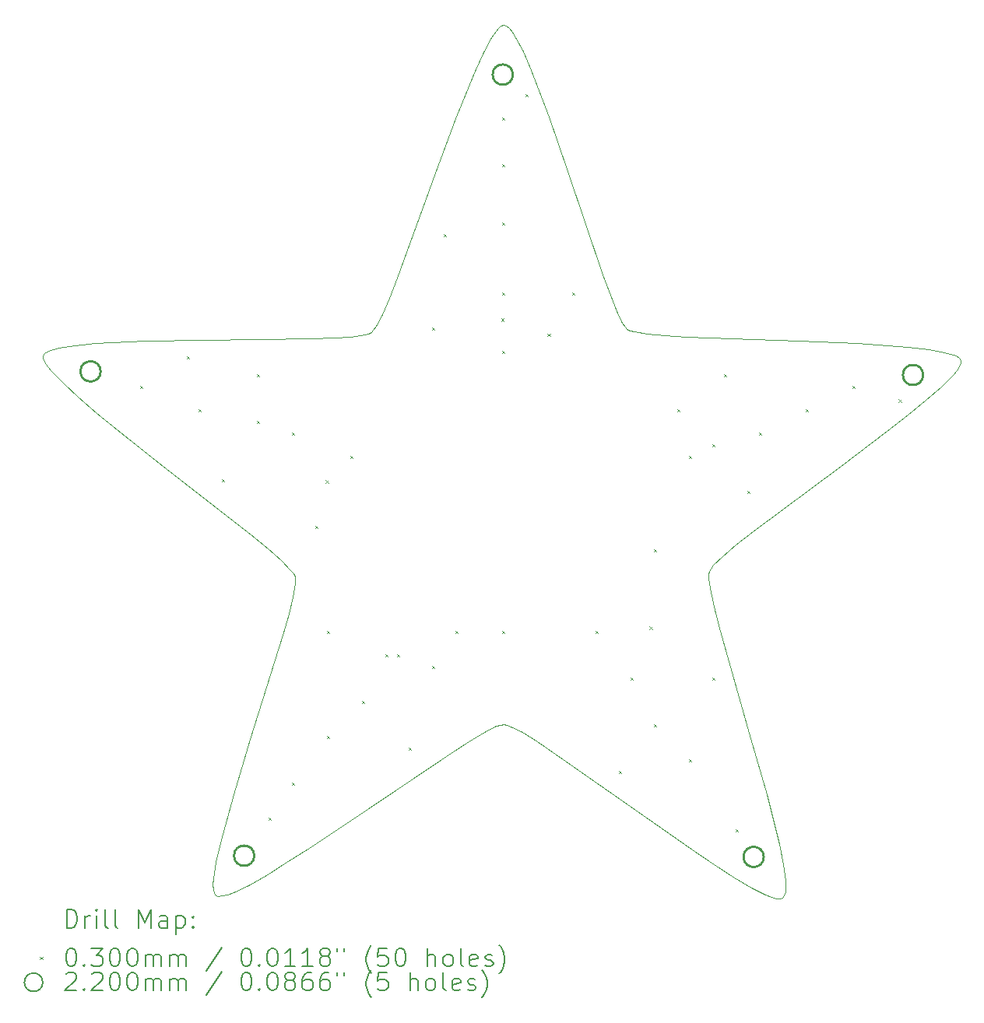
<source format=gbr>
%TF.GenerationSoftware,KiCad,Pcbnew,9.0.5*%
%TF.CreationDate,2025-10-14T20:34:08+01:00*%
%TF.ProjectId,ESP32_Xmas_Star_Module,45535033-325f-4586-9d61-735f53746172,rev?*%
%TF.SameCoordinates,Original*%
%TF.FileFunction,Drillmap*%
%TF.FilePolarity,Positive*%
%FSLAX45Y45*%
G04 Gerber Fmt 4.5, Leading zero omitted, Abs format (unit mm)*
G04 Created by KiCad (PCBNEW 9.0.5) date 2025-10-14 20:34:08*
%MOMM*%
%LPD*%
G01*
G04 APERTURE LIST*
%ADD10C,0.093976*%
%ADD11C,0.200000*%
%ADD12C,0.100000*%
%ADD13C,0.220000*%
G04 APERTURE END LIST*
D10*
X15017354Y-4066279D02*
X15048667Y-4092343D01*
X15082727Y-4134625D01*
X15119328Y-4192000D01*
X15199317Y-4347546D01*
X15286973Y-4550003D01*
X15478629Y-5059741D01*
X15680991Y-5649392D01*
X16064612Y-6781154D01*
X16146419Y-7001821D01*
X16219260Y-7179624D01*
X16281472Y-7305584D01*
X16308073Y-7346318D01*
X16331392Y-7370725D01*
X16362202Y-7386084D01*
X16409820Y-7399899D01*
X16550886Y-7423387D01*
X16745404Y-7442174D01*
X16984190Y-7457248D01*
X18198298Y-7500109D01*
X18832139Y-7524882D01*
X19385861Y-7562396D01*
X19609714Y-7588395D01*
X19785982Y-7620537D01*
X19905479Y-7659808D01*
X19941068Y-7682424D01*
X19959020Y-7707192D01*
X19959021Y-7707191D01*
X19959021Y-7707191D01*
X19959021Y-7707191D01*
X19959021Y-7707191D01*
X19959021Y-7707191D01*
X19959485Y-7736854D01*
X19944372Y-7774688D01*
X19914685Y-7820147D01*
X19871428Y-7872686D01*
X19748213Y-7996828D01*
X19582752Y-8142756D01*
X19383069Y-8306115D01*
X19157188Y-8482549D01*
X18658929Y-8857219D01*
X17701104Y-9571797D01*
X17516517Y-9717790D01*
X17369926Y-9842010D01*
X17269355Y-9940102D01*
X17238835Y-9977988D01*
X17222829Y-10007709D01*
X17217743Y-10041757D01*
X17219319Y-10091314D01*
X17240573Y-10232733D01*
X17282814Y-10423537D01*
X17342267Y-10655293D01*
X17676684Y-11823224D01*
X17848992Y-12433698D01*
X17984423Y-12971911D01*
X18028871Y-13192843D01*
X18052772Y-13370416D01*
X18052350Y-13496199D01*
X18041838Y-13537036D01*
X18023830Y-13561763D01*
X17995760Y-13571371D01*
X17955108Y-13568688D01*
X17902700Y-13554502D01*
X17839365Y-13529597D01*
X17683224Y-13450775D01*
X17493308Y-13338506D01*
X17276238Y-13199077D01*
X17038638Y-13038773D01*
X16528336Y-12680680D01*
X15552747Y-11990552D01*
X15356860Y-11860113D01*
X15193420Y-11759083D01*
X15069052Y-11693747D01*
X15023589Y-11676428D01*
X14990377Y-11670390D01*
X14956423Y-11676074D01*
X14909779Y-11692886D01*
X14781849Y-11756800D01*
X14613437Y-11855936D01*
X14411396Y-11984096D01*
X13403968Y-12663055D01*
X12876619Y-13015576D01*
X12631017Y-13173409D01*
X12406599Y-13310696D01*
X12210215Y-13421240D01*
X12048719Y-13498844D01*
X11983195Y-13523358D01*
X11928961Y-13537312D01*
X11886876Y-13539934D01*
X11857794Y-13530449D01*
X11839982Y-13506722D01*
X11829970Y-13467230D01*
X11827267Y-13413004D01*
X11831381Y-13345072D01*
X11858096Y-13172216D01*
X11906182Y-12956903D01*
X12050745Y-12431864D01*
X12233619Y-11835880D01*
X12588497Y-10694779D01*
X12652019Y-10468171D01*
X12697599Y-10281511D01*
X12721305Y-10143039D01*
X12723728Y-10094450D01*
X12719207Y-10060997D01*
X12703309Y-10030461D01*
X12672906Y-9991296D01*
X12572587Y-9889377D01*
X12426262Y-9759843D01*
X12241940Y-9607294D01*
X11284899Y-8858983D01*
X10786672Y-8466379D01*
X10560668Y-8281571D01*
X10360751Y-8110561D01*
X10194932Y-7957949D01*
X10071221Y-7828338D01*
X10027659Y-7773596D01*
X9997628Y-7726329D01*
X9982129Y-7687114D01*
X9982164Y-7656524D01*
X9999225Y-7632252D01*
X10033690Y-7610527D01*
X10150305Y-7574121D01*
X10322956Y-7546112D01*
X10542592Y-7525309D01*
X11086606Y-7500551D01*
X11709931Y-7490305D01*
X12904846Y-7475194D01*
X13139992Y-7465581D01*
X13331602Y-7451249D01*
X13470622Y-7431005D01*
X13517582Y-7418294D01*
X13548001Y-7403657D01*
X13572129Y-7379101D01*
X13599983Y-7338083D01*
X13665913Y-7211180D01*
X13743890Y-7031988D01*
X13832015Y-6809547D01*
X14247959Y-5668107D01*
X14467386Y-5072944D01*
X14674173Y-4557915D01*
X14768074Y-4353052D01*
X14853113Y-4195344D01*
X14927388Y-4093831D01*
X14959895Y-4066972D01*
X14988998Y-4057553D01*
X15017354Y-4066279D01*
D11*
D12*
X11034000Y-7986000D02*
X11064000Y-8016000D01*
X11064000Y-7986000D02*
X11034000Y-8016000D01*
X11542000Y-7664284D02*
X11572000Y-7694284D01*
X11572000Y-7664284D02*
X11542000Y-7694284D01*
X11669000Y-8240000D02*
X11699000Y-8270000D01*
X11699000Y-8240000D02*
X11669000Y-8270000D01*
X11923000Y-9002000D02*
X11953000Y-9032000D01*
X11953000Y-9002000D02*
X11923000Y-9032000D01*
X12304000Y-7859000D02*
X12334000Y-7889000D01*
X12334000Y-7859000D02*
X12304000Y-7889000D01*
X12304000Y-8367000D02*
X12334000Y-8397000D01*
X12334000Y-8367000D02*
X12304000Y-8397000D01*
X12431000Y-12685000D02*
X12461000Y-12715000D01*
X12461000Y-12685000D02*
X12431000Y-12715000D01*
X12685000Y-8494000D02*
X12715000Y-8524000D01*
X12715000Y-8494000D02*
X12685000Y-8524000D01*
X12685000Y-12304000D02*
X12715000Y-12334000D01*
X12715000Y-12304000D02*
X12685000Y-12334000D01*
X12939000Y-9510000D02*
X12969000Y-9540000D01*
X12969000Y-9510000D02*
X12939000Y-9540000D01*
X13053842Y-9014158D02*
X13083842Y-9044158D01*
X13083842Y-9014158D02*
X13053842Y-9044158D01*
X13066000Y-10653000D02*
X13096000Y-10683000D01*
X13096000Y-10653000D02*
X13066000Y-10683000D01*
X13066000Y-11796000D02*
X13096000Y-11826000D01*
X13096000Y-11796000D02*
X13066000Y-11826000D01*
X13320000Y-8748000D02*
X13350000Y-8778000D01*
X13350000Y-8748000D02*
X13320000Y-8778000D01*
X13447000Y-11415000D02*
X13477000Y-11445000D01*
X13477000Y-11415000D02*
X13447000Y-11445000D01*
X13701000Y-10907000D02*
X13731000Y-10937000D01*
X13731000Y-10907000D02*
X13701000Y-10937000D01*
X13828000Y-10907000D02*
X13858000Y-10937000D01*
X13858000Y-10907000D02*
X13828000Y-10937000D01*
X13955000Y-11923000D02*
X13985000Y-11953000D01*
X13985000Y-11923000D02*
X13955000Y-11953000D01*
X14209000Y-7351000D02*
X14239000Y-7381000D01*
X14239000Y-7351000D02*
X14209000Y-7381000D01*
X14209000Y-11034000D02*
X14239000Y-11064000D01*
X14239000Y-11034000D02*
X14209000Y-11064000D01*
X14336000Y-6335000D02*
X14366000Y-6365000D01*
X14366000Y-6335000D02*
X14336000Y-6365000D01*
X14463000Y-10653000D02*
X14493000Y-10683000D01*
X14493000Y-10653000D02*
X14463000Y-10683000D01*
X14964048Y-7252579D02*
X14994048Y-7282579D01*
X14994048Y-7252579D02*
X14964048Y-7282579D01*
X14971000Y-5065000D02*
X15001000Y-5095000D01*
X15001000Y-5065000D02*
X14971000Y-5095000D01*
X14971000Y-5573000D02*
X15001000Y-5603000D01*
X15001000Y-5573000D02*
X14971000Y-5603000D01*
X14971000Y-6208000D02*
X15001000Y-6238000D01*
X15001000Y-6208000D02*
X14971000Y-6238000D01*
X14971000Y-6970000D02*
X15001000Y-7000000D01*
X15001000Y-6970000D02*
X14971000Y-7000000D01*
X14971000Y-7605000D02*
X15001000Y-7635000D01*
X15001000Y-7605000D02*
X14971000Y-7635000D01*
X14971000Y-10653000D02*
X15001000Y-10683000D01*
X15001000Y-10653000D02*
X14971000Y-10683000D01*
X15225000Y-4811000D02*
X15255000Y-4841000D01*
X15255000Y-4811000D02*
X15225000Y-4841000D01*
X15467181Y-7421000D02*
X15497181Y-7451000D01*
X15497181Y-7421000D02*
X15467181Y-7451000D01*
X15733000Y-6970000D02*
X15763000Y-7000000D01*
X15763000Y-6970000D02*
X15733000Y-7000000D01*
X15987000Y-10653000D02*
X16017000Y-10683000D01*
X16017000Y-10653000D02*
X15987000Y-10683000D01*
X16241000Y-12177000D02*
X16271000Y-12207000D01*
X16271000Y-12177000D02*
X16241000Y-12207000D01*
X16368000Y-11161000D02*
X16398000Y-11191000D01*
X16398000Y-11161000D02*
X16368000Y-11191000D01*
X16575669Y-10606669D02*
X16605669Y-10636669D01*
X16605669Y-10606669D02*
X16575669Y-10636669D01*
X16622000Y-9764000D02*
X16652000Y-9794000D01*
X16652000Y-9764000D02*
X16622000Y-9794000D01*
X16622000Y-11669000D02*
X16652000Y-11699000D01*
X16652000Y-11669000D02*
X16622000Y-11699000D01*
X16876000Y-8240000D02*
X16906000Y-8270000D01*
X16906000Y-8240000D02*
X16876000Y-8270000D01*
X17003000Y-8748000D02*
X17033000Y-8778000D01*
X17033000Y-8748000D02*
X17003000Y-8778000D01*
X17003000Y-12050000D02*
X17033000Y-12080000D01*
X17033000Y-12050000D02*
X17003000Y-12080000D01*
X17257000Y-8621000D02*
X17287000Y-8651000D01*
X17287000Y-8621000D02*
X17257000Y-8651000D01*
X17257000Y-11161000D02*
X17287000Y-11191000D01*
X17287000Y-11161000D02*
X17257000Y-11191000D01*
X17384000Y-7859000D02*
X17414000Y-7889000D01*
X17414000Y-7859000D02*
X17384000Y-7889000D01*
X17511000Y-12812000D02*
X17541000Y-12842000D01*
X17541000Y-12812000D02*
X17511000Y-12842000D01*
X17638000Y-9129000D02*
X17668000Y-9159000D01*
X17668000Y-9129000D02*
X17638000Y-9159000D01*
X17765000Y-8494000D02*
X17795000Y-8524000D01*
X17795000Y-8494000D02*
X17765000Y-8524000D01*
X18273000Y-8240000D02*
X18303000Y-8270000D01*
X18303000Y-8240000D02*
X18273000Y-8270000D01*
X18781000Y-7986000D02*
X18811000Y-8016000D01*
X18811000Y-7986000D02*
X18781000Y-8016000D01*
X19286772Y-8134066D02*
X19316772Y-8164066D01*
X19316772Y-8134066D02*
X19286772Y-8164066D01*
D13*
X10607037Y-7831465D02*
G75*
G02*
X10387037Y-7831465I-110000J0D01*
G01*
X10387037Y-7831465D02*
G75*
G02*
X10607037Y-7831465I110000J0D01*
G01*
X12277497Y-13101828D02*
G75*
G02*
X12057497Y-13101828I-110000J0D01*
G01*
X12057497Y-13101828D02*
G75*
G02*
X12277497Y-13101828I110000J0D01*
G01*
X15090161Y-4600779D02*
G75*
G02*
X14870161Y-4600779I-110000J0D01*
G01*
X14870161Y-4600779D02*
G75*
G02*
X15090161Y-4600779I110000J0D01*
G01*
X17819234Y-13115507D02*
G75*
G02*
X17599234Y-13115507I-110000J0D01*
G01*
X17599234Y-13115507D02*
G75*
G02*
X17819234Y-13115507I110000J0D01*
G01*
X19552141Y-7869746D02*
G75*
G02*
X19332141Y-7869746I-110000J0D01*
G01*
X19332141Y-7869746D02*
G75*
G02*
X19552141Y-7869746I110000J0D01*
G01*
D11*
X10238207Y-13887553D02*
X10238207Y-13687553D01*
X10238207Y-13687553D02*
X10285826Y-13687553D01*
X10285826Y-13687553D02*
X10314398Y-13697077D01*
X10314398Y-13697077D02*
X10333445Y-13716125D01*
X10333445Y-13716125D02*
X10342969Y-13735172D01*
X10342969Y-13735172D02*
X10352493Y-13773267D01*
X10352493Y-13773267D02*
X10352493Y-13801839D01*
X10352493Y-13801839D02*
X10342969Y-13839934D01*
X10342969Y-13839934D02*
X10333445Y-13858982D01*
X10333445Y-13858982D02*
X10314398Y-13878029D01*
X10314398Y-13878029D02*
X10285826Y-13887553D01*
X10285826Y-13887553D02*
X10238207Y-13887553D01*
X10438207Y-13887553D02*
X10438207Y-13754220D01*
X10438207Y-13792315D02*
X10447731Y-13773267D01*
X10447731Y-13773267D02*
X10457255Y-13763744D01*
X10457255Y-13763744D02*
X10476302Y-13754220D01*
X10476302Y-13754220D02*
X10495350Y-13754220D01*
X10562017Y-13887553D02*
X10562017Y-13754220D01*
X10562017Y-13687553D02*
X10552493Y-13697077D01*
X10552493Y-13697077D02*
X10562017Y-13706601D01*
X10562017Y-13706601D02*
X10571540Y-13697077D01*
X10571540Y-13697077D02*
X10562017Y-13687553D01*
X10562017Y-13687553D02*
X10562017Y-13706601D01*
X10685826Y-13887553D02*
X10666779Y-13878029D01*
X10666779Y-13878029D02*
X10657255Y-13858982D01*
X10657255Y-13858982D02*
X10657255Y-13687553D01*
X10790588Y-13887553D02*
X10771540Y-13878029D01*
X10771540Y-13878029D02*
X10762017Y-13858982D01*
X10762017Y-13858982D02*
X10762017Y-13687553D01*
X11019160Y-13887553D02*
X11019160Y-13687553D01*
X11019160Y-13687553D02*
X11085826Y-13830410D01*
X11085826Y-13830410D02*
X11152493Y-13687553D01*
X11152493Y-13687553D02*
X11152493Y-13887553D01*
X11333445Y-13887553D02*
X11333445Y-13782791D01*
X11333445Y-13782791D02*
X11323921Y-13763744D01*
X11323921Y-13763744D02*
X11304874Y-13754220D01*
X11304874Y-13754220D02*
X11266778Y-13754220D01*
X11266778Y-13754220D02*
X11247731Y-13763744D01*
X11333445Y-13878029D02*
X11314398Y-13887553D01*
X11314398Y-13887553D02*
X11266778Y-13887553D01*
X11266778Y-13887553D02*
X11247731Y-13878029D01*
X11247731Y-13878029D02*
X11238207Y-13858982D01*
X11238207Y-13858982D02*
X11238207Y-13839934D01*
X11238207Y-13839934D02*
X11247731Y-13820886D01*
X11247731Y-13820886D02*
X11266778Y-13811363D01*
X11266778Y-13811363D02*
X11314398Y-13811363D01*
X11314398Y-13811363D02*
X11333445Y-13801839D01*
X11428683Y-13754220D02*
X11428683Y-13954220D01*
X11428683Y-13763744D02*
X11447731Y-13754220D01*
X11447731Y-13754220D02*
X11485826Y-13754220D01*
X11485826Y-13754220D02*
X11504874Y-13763744D01*
X11504874Y-13763744D02*
X11514398Y-13773267D01*
X11514398Y-13773267D02*
X11523921Y-13792315D01*
X11523921Y-13792315D02*
X11523921Y-13849458D01*
X11523921Y-13849458D02*
X11514398Y-13868505D01*
X11514398Y-13868505D02*
X11504874Y-13878029D01*
X11504874Y-13878029D02*
X11485826Y-13887553D01*
X11485826Y-13887553D02*
X11447731Y-13887553D01*
X11447731Y-13887553D02*
X11428683Y-13878029D01*
X11609636Y-13868505D02*
X11619159Y-13878029D01*
X11619159Y-13878029D02*
X11609636Y-13887553D01*
X11609636Y-13887553D02*
X11600112Y-13878029D01*
X11600112Y-13878029D02*
X11609636Y-13868505D01*
X11609636Y-13868505D02*
X11609636Y-13887553D01*
X11609636Y-13763744D02*
X11619159Y-13773267D01*
X11619159Y-13773267D02*
X11609636Y-13782791D01*
X11609636Y-13782791D02*
X11600112Y-13773267D01*
X11600112Y-13773267D02*
X11609636Y-13763744D01*
X11609636Y-13763744D02*
X11609636Y-13782791D01*
D12*
X9947430Y-14201069D02*
X9977430Y-14231069D01*
X9977430Y-14201069D02*
X9947430Y-14231069D01*
D11*
X10276302Y-14107553D02*
X10295350Y-14107553D01*
X10295350Y-14107553D02*
X10314398Y-14117077D01*
X10314398Y-14117077D02*
X10323921Y-14126601D01*
X10323921Y-14126601D02*
X10333445Y-14145648D01*
X10333445Y-14145648D02*
X10342969Y-14183744D01*
X10342969Y-14183744D02*
X10342969Y-14231363D01*
X10342969Y-14231363D02*
X10333445Y-14269458D01*
X10333445Y-14269458D02*
X10323921Y-14288505D01*
X10323921Y-14288505D02*
X10314398Y-14298029D01*
X10314398Y-14298029D02*
X10295350Y-14307553D01*
X10295350Y-14307553D02*
X10276302Y-14307553D01*
X10276302Y-14307553D02*
X10257255Y-14298029D01*
X10257255Y-14298029D02*
X10247731Y-14288505D01*
X10247731Y-14288505D02*
X10238207Y-14269458D01*
X10238207Y-14269458D02*
X10228683Y-14231363D01*
X10228683Y-14231363D02*
X10228683Y-14183744D01*
X10228683Y-14183744D02*
X10238207Y-14145648D01*
X10238207Y-14145648D02*
X10247731Y-14126601D01*
X10247731Y-14126601D02*
X10257255Y-14117077D01*
X10257255Y-14117077D02*
X10276302Y-14107553D01*
X10428683Y-14288505D02*
X10438207Y-14298029D01*
X10438207Y-14298029D02*
X10428683Y-14307553D01*
X10428683Y-14307553D02*
X10419160Y-14298029D01*
X10419160Y-14298029D02*
X10428683Y-14288505D01*
X10428683Y-14288505D02*
X10428683Y-14307553D01*
X10504874Y-14107553D02*
X10628683Y-14107553D01*
X10628683Y-14107553D02*
X10562017Y-14183744D01*
X10562017Y-14183744D02*
X10590588Y-14183744D01*
X10590588Y-14183744D02*
X10609636Y-14193267D01*
X10609636Y-14193267D02*
X10619160Y-14202791D01*
X10619160Y-14202791D02*
X10628683Y-14221839D01*
X10628683Y-14221839D02*
X10628683Y-14269458D01*
X10628683Y-14269458D02*
X10619160Y-14288505D01*
X10619160Y-14288505D02*
X10609636Y-14298029D01*
X10609636Y-14298029D02*
X10590588Y-14307553D01*
X10590588Y-14307553D02*
X10533445Y-14307553D01*
X10533445Y-14307553D02*
X10514398Y-14298029D01*
X10514398Y-14298029D02*
X10504874Y-14288505D01*
X10752493Y-14107553D02*
X10771541Y-14107553D01*
X10771541Y-14107553D02*
X10790588Y-14117077D01*
X10790588Y-14117077D02*
X10800112Y-14126601D01*
X10800112Y-14126601D02*
X10809636Y-14145648D01*
X10809636Y-14145648D02*
X10819160Y-14183744D01*
X10819160Y-14183744D02*
X10819160Y-14231363D01*
X10819160Y-14231363D02*
X10809636Y-14269458D01*
X10809636Y-14269458D02*
X10800112Y-14288505D01*
X10800112Y-14288505D02*
X10790588Y-14298029D01*
X10790588Y-14298029D02*
X10771541Y-14307553D01*
X10771541Y-14307553D02*
X10752493Y-14307553D01*
X10752493Y-14307553D02*
X10733445Y-14298029D01*
X10733445Y-14298029D02*
X10723921Y-14288505D01*
X10723921Y-14288505D02*
X10714398Y-14269458D01*
X10714398Y-14269458D02*
X10704874Y-14231363D01*
X10704874Y-14231363D02*
X10704874Y-14183744D01*
X10704874Y-14183744D02*
X10714398Y-14145648D01*
X10714398Y-14145648D02*
X10723921Y-14126601D01*
X10723921Y-14126601D02*
X10733445Y-14117077D01*
X10733445Y-14117077D02*
X10752493Y-14107553D01*
X10942969Y-14107553D02*
X10962017Y-14107553D01*
X10962017Y-14107553D02*
X10981064Y-14117077D01*
X10981064Y-14117077D02*
X10990588Y-14126601D01*
X10990588Y-14126601D02*
X11000112Y-14145648D01*
X11000112Y-14145648D02*
X11009636Y-14183744D01*
X11009636Y-14183744D02*
X11009636Y-14231363D01*
X11009636Y-14231363D02*
X11000112Y-14269458D01*
X11000112Y-14269458D02*
X10990588Y-14288505D01*
X10990588Y-14288505D02*
X10981064Y-14298029D01*
X10981064Y-14298029D02*
X10962017Y-14307553D01*
X10962017Y-14307553D02*
X10942969Y-14307553D01*
X10942969Y-14307553D02*
X10923921Y-14298029D01*
X10923921Y-14298029D02*
X10914398Y-14288505D01*
X10914398Y-14288505D02*
X10904874Y-14269458D01*
X10904874Y-14269458D02*
X10895350Y-14231363D01*
X10895350Y-14231363D02*
X10895350Y-14183744D01*
X10895350Y-14183744D02*
X10904874Y-14145648D01*
X10904874Y-14145648D02*
X10914398Y-14126601D01*
X10914398Y-14126601D02*
X10923921Y-14117077D01*
X10923921Y-14117077D02*
X10942969Y-14107553D01*
X11095350Y-14307553D02*
X11095350Y-14174220D01*
X11095350Y-14193267D02*
X11104874Y-14183744D01*
X11104874Y-14183744D02*
X11123921Y-14174220D01*
X11123921Y-14174220D02*
X11152493Y-14174220D01*
X11152493Y-14174220D02*
X11171541Y-14183744D01*
X11171541Y-14183744D02*
X11181064Y-14202791D01*
X11181064Y-14202791D02*
X11181064Y-14307553D01*
X11181064Y-14202791D02*
X11190588Y-14183744D01*
X11190588Y-14183744D02*
X11209636Y-14174220D01*
X11209636Y-14174220D02*
X11238207Y-14174220D01*
X11238207Y-14174220D02*
X11257255Y-14183744D01*
X11257255Y-14183744D02*
X11266779Y-14202791D01*
X11266779Y-14202791D02*
X11266779Y-14307553D01*
X11362017Y-14307553D02*
X11362017Y-14174220D01*
X11362017Y-14193267D02*
X11371540Y-14183744D01*
X11371540Y-14183744D02*
X11390588Y-14174220D01*
X11390588Y-14174220D02*
X11419160Y-14174220D01*
X11419160Y-14174220D02*
X11438207Y-14183744D01*
X11438207Y-14183744D02*
X11447731Y-14202791D01*
X11447731Y-14202791D02*
X11447731Y-14307553D01*
X11447731Y-14202791D02*
X11457255Y-14183744D01*
X11457255Y-14183744D02*
X11476302Y-14174220D01*
X11476302Y-14174220D02*
X11504874Y-14174220D01*
X11504874Y-14174220D02*
X11523921Y-14183744D01*
X11523921Y-14183744D02*
X11533445Y-14202791D01*
X11533445Y-14202791D02*
X11533445Y-14307553D01*
X11923921Y-14098029D02*
X11752493Y-14355172D01*
X12181064Y-14107553D02*
X12200112Y-14107553D01*
X12200112Y-14107553D02*
X12219160Y-14117077D01*
X12219160Y-14117077D02*
X12228683Y-14126601D01*
X12228683Y-14126601D02*
X12238207Y-14145648D01*
X12238207Y-14145648D02*
X12247731Y-14183744D01*
X12247731Y-14183744D02*
X12247731Y-14231363D01*
X12247731Y-14231363D02*
X12238207Y-14269458D01*
X12238207Y-14269458D02*
X12228683Y-14288505D01*
X12228683Y-14288505D02*
X12219160Y-14298029D01*
X12219160Y-14298029D02*
X12200112Y-14307553D01*
X12200112Y-14307553D02*
X12181064Y-14307553D01*
X12181064Y-14307553D02*
X12162017Y-14298029D01*
X12162017Y-14298029D02*
X12152493Y-14288505D01*
X12152493Y-14288505D02*
X12142969Y-14269458D01*
X12142969Y-14269458D02*
X12133445Y-14231363D01*
X12133445Y-14231363D02*
X12133445Y-14183744D01*
X12133445Y-14183744D02*
X12142969Y-14145648D01*
X12142969Y-14145648D02*
X12152493Y-14126601D01*
X12152493Y-14126601D02*
X12162017Y-14117077D01*
X12162017Y-14117077D02*
X12181064Y-14107553D01*
X12333445Y-14288505D02*
X12342969Y-14298029D01*
X12342969Y-14298029D02*
X12333445Y-14307553D01*
X12333445Y-14307553D02*
X12323922Y-14298029D01*
X12323922Y-14298029D02*
X12333445Y-14288505D01*
X12333445Y-14288505D02*
X12333445Y-14307553D01*
X12466779Y-14107553D02*
X12485826Y-14107553D01*
X12485826Y-14107553D02*
X12504874Y-14117077D01*
X12504874Y-14117077D02*
X12514398Y-14126601D01*
X12514398Y-14126601D02*
X12523922Y-14145648D01*
X12523922Y-14145648D02*
X12533445Y-14183744D01*
X12533445Y-14183744D02*
X12533445Y-14231363D01*
X12533445Y-14231363D02*
X12523922Y-14269458D01*
X12523922Y-14269458D02*
X12514398Y-14288505D01*
X12514398Y-14288505D02*
X12504874Y-14298029D01*
X12504874Y-14298029D02*
X12485826Y-14307553D01*
X12485826Y-14307553D02*
X12466779Y-14307553D01*
X12466779Y-14307553D02*
X12447731Y-14298029D01*
X12447731Y-14298029D02*
X12438207Y-14288505D01*
X12438207Y-14288505D02*
X12428683Y-14269458D01*
X12428683Y-14269458D02*
X12419160Y-14231363D01*
X12419160Y-14231363D02*
X12419160Y-14183744D01*
X12419160Y-14183744D02*
X12428683Y-14145648D01*
X12428683Y-14145648D02*
X12438207Y-14126601D01*
X12438207Y-14126601D02*
X12447731Y-14117077D01*
X12447731Y-14117077D02*
X12466779Y-14107553D01*
X12723922Y-14307553D02*
X12609636Y-14307553D01*
X12666779Y-14307553D02*
X12666779Y-14107553D01*
X12666779Y-14107553D02*
X12647731Y-14136125D01*
X12647731Y-14136125D02*
X12628683Y-14155172D01*
X12628683Y-14155172D02*
X12609636Y-14164696D01*
X12914398Y-14307553D02*
X12800112Y-14307553D01*
X12857255Y-14307553D02*
X12857255Y-14107553D01*
X12857255Y-14107553D02*
X12838207Y-14136125D01*
X12838207Y-14136125D02*
X12819160Y-14155172D01*
X12819160Y-14155172D02*
X12800112Y-14164696D01*
X13028683Y-14193267D02*
X13009636Y-14183744D01*
X13009636Y-14183744D02*
X13000112Y-14174220D01*
X13000112Y-14174220D02*
X12990588Y-14155172D01*
X12990588Y-14155172D02*
X12990588Y-14145648D01*
X12990588Y-14145648D02*
X13000112Y-14126601D01*
X13000112Y-14126601D02*
X13009636Y-14117077D01*
X13009636Y-14117077D02*
X13028683Y-14107553D01*
X13028683Y-14107553D02*
X13066779Y-14107553D01*
X13066779Y-14107553D02*
X13085826Y-14117077D01*
X13085826Y-14117077D02*
X13095350Y-14126601D01*
X13095350Y-14126601D02*
X13104874Y-14145648D01*
X13104874Y-14145648D02*
X13104874Y-14155172D01*
X13104874Y-14155172D02*
X13095350Y-14174220D01*
X13095350Y-14174220D02*
X13085826Y-14183744D01*
X13085826Y-14183744D02*
X13066779Y-14193267D01*
X13066779Y-14193267D02*
X13028683Y-14193267D01*
X13028683Y-14193267D02*
X13009636Y-14202791D01*
X13009636Y-14202791D02*
X13000112Y-14212315D01*
X13000112Y-14212315D02*
X12990588Y-14231363D01*
X12990588Y-14231363D02*
X12990588Y-14269458D01*
X12990588Y-14269458D02*
X13000112Y-14288505D01*
X13000112Y-14288505D02*
X13009636Y-14298029D01*
X13009636Y-14298029D02*
X13028683Y-14307553D01*
X13028683Y-14307553D02*
X13066779Y-14307553D01*
X13066779Y-14307553D02*
X13085826Y-14298029D01*
X13085826Y-14298029D02*
X13095350Y-14288505D01*
X13095350Y-14288505D02*
X13104874Y-14269458D01*
X13104874Y-14269458D02*
X13104874Y-14231363D01*
X13104874Y-14231363D02*
X13095350Y-14212315D01*
X13095350Y-14212315D02*
X13085826Y-14202791D01*
X13085826Y-14202791D02*
X13066779Y-14193267D01*
X13181064Y-14107553D02*
X13181064Y-14145648D01*
X13257255Y-14107553D02*
X13257255Y-14145648D01*
X13552493Y-14383744D02*
X13542969Y-14374220D01*
X13542969Y-14374220D02*
X13523922Y-14345648D01*
X13523922Y-14345648D02*
X13514398Y-14326601D01*
X13514398Y-14326601D02*
X13504874Y-14298029D01*
X13504874Y-14298029D02*
X13495350Y-14250410D01*
X13495350Y-14250410D02*
X13495350Y-14212315D01*
X13495350Y-14212315D02*
X13504874Y-14164696D01*
X13504874Y-14164696D02*
X13514398Y-14136125D01*
X13514398Y-14136125D02*
X13523922Y-14117077D01*
X13523922Y-14117077D02*
X13542969Y-14088505D01*
X13542969Y-14088505D02*
X13552493Y-14078982D01*
X13723922Y-14107553D02*
X13628684Y-14107553D01*
X13628684Y-14107553D02*
X13619160Y-14202791D01*
X13619160Y-14202791D02*
X13628684Y-14193267D01*
X13628684Y-14193267D02*
X13647731Y-14183744D01*
X13647731Y-14183744D02*
X13695350Y-14183744D01*
X13695350Y-14183744D02*
X13714398Y-14193267D01*
X13714398Y-14193267D02*
X13723922Y-14202791D01*
X13723922Y-14202791D02*
X13733445Y-14221839D01*
X13733445Y-14221839D02*
X13733445Y-14269458D01*
X13733445Y-14269458D02*
X13723922Y-14288505D01*
X13723922Y-14288505D02*
X13714398Y-14298029D01*
X13714398Y-14298029D02*
X13695350Y-14307553D01*
X13695350Y-14307553D02*
X13647731Y-14307553D01*
X13647731Y-14307553D02*
X13628684Y-14298029D01*
X13628684Y-14298029D02*
X13619160Y-14288505D01*
X13857255Y-14107553D02*
X13876303Y-14107553D01*
X13876303Y-14107553D02*
X13895350Y-14117077D01*
X13895350Y-14117077D02*
X13904874Y-14126601D01*
X13904874Y-14126601D02*
X13914398Y-14145648D01*
X13914398Y-14145648D02*
X13923922Y-14183744D01*
X13923922Y-14183744D02*
X13923922Y-14231363D01*
X13923922Y-14231363D02*
X13914398Y-14269458D01*
X13914398Y-14269458D02*
X13904874Y-14288505D01*
X13904874Y-14288505D02*
X13895350Y-14298029D01*
X13895350Y-14298029D02*
X13876303Y-14307553D01*
X13876303Y-14307553D02*
X13857255Y-14307553D01*
X13857255Y-14307553D02*
X13838207Y-14298029D01*
X13838207Y-14298029D02*
X13828684Y-14288505D01*
X13828684Y-14288505D02*
X13819160Y-14269458D01*
X13819160Y-14269458D02*
X13809636Y-14231363D01*
X13809636Y-14231363D02*
X13809636Y-14183744D01*
X13809636Y-14183744D02*
X13819160Y-14145648D01*
X13819160Y-14145648D02*
X13828684Y-14126601D01*
X13828684Y-14126601D02*
X13838207Y-14117077D01*
X13838207Y-14117077D02*
X13857255Y-14107553D01*
X14162017Y-14307553D02*
X14162017Y-14107553D01*
X14247731Y-14307553D02*
X14247731Y-14202791D01*
X14247731Y-14202791D02*
X14238207Y-14183744D01*
X14238207Y-14183744D02*
X14219160Y-14174220D01*
X14219160Y-14174220D02*
X14190588Y-14174220D01*
X14190588Y-14174220D02*
X14171541Y-14183744D01*
X14171541Y-14183744D02*
X14162017Y-14193267D01*
X14371541Y-14307553D02*
X14352493Y-14298029D01*
X14352493Y-14298029D02*
X14342969Y-14288505D01*
X14342969Y-14288505D02*
X14333446Y-14269458D01*
X14333446Y-14269458D02*
X14333446Y-14212315D01*
X14333446Y-14212315D02*
X14342969Y-14193267D01*
X14342969Y-14193267D02*
X14352493Y-14183744D01*
X14352493Y-14183744D02*
X14371541Y-14174220D01*
X14371541Y-14174220D02*
X14400112Y-14174220D01*
X14400112Y-14174220D02*
X14419160Y-14183744D01*
X14419160Y-14183744D02*
X14428684Y-14193267D01*
X14428684Y-14193267D02*
X14438207Y-14212315D01*
X14438207Y-14212315D02*
X14438207Y-14269458D01*
X14438207Y-14269458D02*
X14428684Y-14288505D01*
X14428684Y-14288505D02*
X14419160Y-14298029D01*
X14419160Y-14298029D02*
X14400112Y-14307553D01*
X14400112Y-14307553D02*
X14371541Y-14307553D01*
X14552493Y-14307553D02*
X14533446Y-14298029D01*
X14533446Y-14298029D02*
X14523922Y-14278982D01*
X14523922Y-14278982D02*
X14523922Y-14107553D01*
X14704874Y-14298029D02*
X14685827Y-14307553D01*
X14685827Y-14307553D02*
X14647731Y-14307553D01*
X14647731Y-14307553D02*
X14628684Y-14298029D01*
X14628684Y-14298029D02*
X14619160Y-14278982D01*
X14619160Y-14278982D02*
X14619160Y-14202791D01*
X14619160Y-14202791D02*
X14628684Y-14183744D01*
X14628684Y-14183744D02*
X14647731Y-14174220D01*
X14647731Y-14174220D02*
X14685827Y-14174220D01*
X14685827Y-14174220D02*
X14704874Y-14183744D01*
X14704874Y-14183744D02*
X14714398Y-14202791D01*
X14714398Y-14202791D02*
X14714398Y-14221839D01*
X14714398Y-14221839D02*
X14619160Y-14240886D01*
X14790588Y-14298029D02*
X14809636Y-14307553D01*
X14809636Y-14307553D02*
X14847731Y-14307553D01*
X14847731Y-14307553D02*
X14866779Y-14298029D01*
X14866779Y-14298029D02*
X14876303Y-14278982D01*
X14876303Y-14278982D02*
X14876303Y-14269458D01*
X14876303Y-14269458D02*
X14866779Y-14250410D01*
X14866779Y-14250410D02*
X14847731Y-14240886D01*
X14847731Y-14240886D02*
X14819160Y-14240886D01*
X14819160Y-14240886D02*
X14800112Y-14231363D01*
X14800112Y-14231363D02*
X14790588Y-14212315D01*
X14790588Y-14212315D02*
X14790588Y-14202791D01*
X14790588Y-14202791D02*
X14800112Y-14183744D01*
X14800112Y-14183744D02*
X14819160Y-14174220D01*
X14819160Y-14174220D02*
X14847731Y-14174220D01*
X14847731Y-14174220D02*
X14866779Y-14183744D01*
X14942969Y-14383744D02*
X14952493Y-14374220D01*
X14952493Y-14374220D02*
X14971541Y-14345648D01*
X14971541Y-14345648D02*
X14981065Y-14326601D01*
X14981065Y-14326601D02*
X14990588Y-14298029D01*
X14990588Y-14298029D02*
X15000112Y-14250410D01*
X15000112Y-14250410D02*
X15000112Y-14212315D01*
X15000112Y-14212315D02*
X14990588Y-14164696D01*
X14990588Y-14164696D02*
X14981065Y-14136125D01*
X14981065Y-14136125D02*
X14971541Y-14117077D01*
X14971541Y-14117077D02*
X14952493Y-14088505D01*
X14952493Y-14088505D02*
X14942969Y-14078982D01*
X9977430Y-14480069D02*
G75*
G02*
X9777430Y-14480069I-100000J0D01*
G01*
X9777430Y-14480069D02*
G75*
G02*
X9977430Y-14480069I100000J0D01*
G01*
X10228683Y-14390601D02*
X10238207Y-14381077D01*
X10238207Y-14381077D02*
X10257255Y-14371553D01*
X10257255Y-14371553D02*
X10304874Y-14371553D01*
X10304874Y-14371553D02*
X10323921Y-14381077D01*
X10323921Y-14381077D02*
X10333445Y-14390601D01*
X10333445Y-14390601D02*
X10342969Y-14409648D01*
X10342969Y-14409648D02*
X10342969Y-14428696D01*
X10342969Y-14428696D02*
X10333445Y-14457267D01*
X10333445Y-14457267D02*
X10219160Y-14571553D01*
X10219160Y-14571553D02*
X10342969Y-14571553D01*
X10428683Y-14552505D02*
X10438207Y-14562029D01*
X10438207Y-14562029D02*
X10428683Y-14571553D01*
X10428683Y-14571553D02*
X10419160Y-14562029D01*
X10419160Y-14562029D02*
X10428683Y-14552505D01*
X10428683Y-14552505D02*
X10428683Y-14571553D01*
X10514398Y-14390601D02*
X10523921Y-14381077D01*
X10523921Y-14381077D02*
X10542969Y-14371553D01*
X10542969Y-14371553D02*
X10590588Y-14371553D01*
X10590588Y-14371553D02*
X10609636Y-14381077D01*
X10609636Y-14381077D02*
X10619160Y-14390601D01*
X10619160Y-14390601D02*
X10628683Y-14409648D01*
X10628683Y-14409648D02*
X10628683Y-14428696D01*
X10628683Y-14428696D02*
X10619160Y-14457267D01*
X10619160Y-14457267D02*
X10504874Y-14571553D01*
X10504874Y-14571553D02*
X10628683Y-14571553D01*
X10752493Y-14371553D02*
X10771541Y-14371553D01*
X10771541Y-14371553D02*
X10790588Y-14381077D01*
X10790588Y-14381077D02*
X10800112Y-14390601D01*
X10800112Y-14390601D02*
X10809636Y-14409648D01*
X10809636Y-14409648D02*
X10819160Y-14447744D01*
X10819160Y-14447744D02*
X10819160Y-14495363D01*
X10819160Y-14495363D02*
X10809636Y-14533458D01*
X10809636Y-14533458D02*
X10800112Y-14552505D01*
X10800112Y-14552505D02*
X10790588Y-14562029D01*
X10790588Y-14562029D02*
X10771541Y-14571553D01*
X10771541Y-14571553D02*
X10752493Y-14571553D01*
X10752493Y-14571553D02*
X10733445Y-14562029D01*
X10733445Y-14562029D02*
X10723921Y-14552505D01*
X10723921Y-14552505D02*
X10714398Y-14533458D01*
X10714398Y-14533458D02*
X10704874Y-14495363D01*
X10704874Y-14495363D02*
X10704874Y-14447744D01*
X10704874Y-14447744D02*
X10714398Y-14409648D01*
X10714398Y-14409648D02*
X10723921Y-14390601D01*
X10723921Y-14390601D02*
X10733445Y-14381077D01*
X10733445Y-14381077D02*
X10752493Y-14371553D01*
X10942969Y-14371553D02*
X10962017Y-14371553D01*
X10962017Y-14371553D02*
X10981064Y-14381077D01*
X10981064Y-14381077D02*
X10990588Y-14390601D01*
X10990588Y-14390601D02*
X11000112Y-14409648D01*
X11000112Y-14409648D02*
X11009636Y-14447744D01*
X11009636Y-14447744D02*
X11009636Y-14495363D01*
X11009636Y-14495363D02*
X11000112Y-14533458D01*
X11000112Y-14533458D02*
X10990588Y-14552505D01*
X10990588Y-14552505D02*
X10981064Y-14562029D01*
X10981064Y-14562029D02*
X10962017Y-14571553D01*
X10962017Y-14571553D02*
X10942969Y-14571553D01*
X10942969Y-14571553D02*
X10923921Y-14562029D01*
X10923921Y-14562029D02*
X10914398Y-14552505D01*
X10914398Y-14552505D02*
X10904874Y-14533458D01*
X10904874Y-14533458D02*
X10895350Y-14495363D01*
X10895350Y-14495363D02*
X10895350Y-14447744D01*
X10895350Y-14447744D02*
X10904874Y-14409648D01*
X10904874Y-14409648D02*
X10914398Y-14390601D01*
X10914398Y-14390601D02*
X10923921Y-14381077D01*
X10923921Y-14381077D02*
X10942969Y-14371553D01*
X11095350Y-14571553D02*
X11095350Y-14438220D01*
X11095350Y-14457267D02*
X11104874Y-14447744D01*
X11104874Y-14447744D02*
X11123921Y-14438220D01*
X11123921Y-14438220D02*
X11152493Y-14438220D01*
X11152493Y-14438220D02*
X11171541Y-14447744D01*
X11171541Y-14447744D02*
X11181064Y-14466791D01*
X11181064Y-14466791D02*
X11181064Y-14571553D01*
X11181064Y-14466791D02*
X11190588Y-14447744D01*
X11190588Y-14447744D02*
X11209636Y-14438220D01*
X11209636Y-14438220D02*
X11238207Y-14438220D01*
X11238207Y-14438220D02*
X11257255Y-14447744D01*
X11257255Y-14447744D02*
X11266779Y-14466791D01*
X11266779Y-14466791D02*
X11266779Y-14571553D01*
X11362017Y-14571553D02*
X11362017Y-14438220D01*
X11362017Y-14457267D02*
X11371540Y-14447744D01*
X11371540Y-14447744D02*
X11390588Y-14438220D01*
X11390588Y-14438220D02*
X11419160Y-14438220D01*
X11419160Y-14438220D02*
X11438207Y-14447744D01*
X11438207Y-14447744D02*
X11447731Y-14466791D01*
X11447731Y-14466791D02*
X11447731Y-14571553D01*
X11447731Y-14466791D02*
X11457255Y-14447744D01*
X11457255Y-14447744D02*
X11476302Y-14438220D01*
X11476302Y-14438220D02*
X11504874Y-14438220D01*
X11504874Y-14438220D02*
X11523921Y-14447744D01*
X11523921Y-14447744D02*
X11533445Y-14466791D01*
X11533445Y-14466791D02*
X11533445Y-14571553D01*
X11923921Y-14362029D02*
X11752493Y-14619172D01*
X12181064Y-14371553D02*
X12200112Y-14371553D01*
X12200112Y-14371553D02*
X12219160Y-14381077D01*
X12219160Y-14381077D02*
X12228683Y-14390601D01*
X12228683Y-14390601D02*
X12238207Y-14409648D01*
X12238207Y-14409648D02*
X12247731Y-14447744D01*
X12247731Y-14447744D02*
X12247731Y-14495363D01*
X12247731Y-14495363D02*
X12238207Y-14533458D01*
X12238207Y-14533458D02*
X12228683Y-14552505D01*
X12228683Y-14552505D02*
X12219160Y-14562029D01*
X12219160Y-14562029D02*
X12200112Y-14571553D01*
X12200112Y-14571553D02*
X12181064Y-14571553D01*
X12181064Y-14571553D02*
X12162017Y-14562029D01*
X12162017Y-14562029D02*
X12152493Y-14552505D01*
X12152493Y-14552505D02*
X12142969Y-14533458D01*
X12142969Y-14533458D02*
X12133445Y-14495363D01*
X12133445Y-14495363D02*
X12133445Y-14447744D01*
X12133445Y-14447744D02*
X12142969Y-14409648D01*
X12142969Y-14409648D02*
X12152493Y-14390601D01*
X12152493Y-14390601D02*
X12162017Y-14381077D01*
X12162017Y-14381077D02*
X12181064Y-14371553D01*
X12333445Y-14552505D02*
X12342969Y-14562029D01*
X12342969Y-14562029D02*
X12333445Y-14571553D01*
X12333445Y-14571553D02*
X12323922Y-14562029D01*
X12323922Y-14562029D02*
X12333445Y-14552505D01*
X12333445Y-14552505D02*
X12333445Y-14571553D01*
X12466779Y-14371553D02*
X12485826Y-14371553D01*
X12485826Y-14371553D02*
X12504874Y-14381077D01*
X12504874Y-14381077D02*
X12514398Y-14390601D01*
X12514398Y-14390601D02*
X12523922Y-14409648D01*
X12523922Y-14409648D02*
X12533445Y-14447744D01*
X12533445Y-14447744D02*
X12533445Y-14495363D01*
X12533445Y-14495363D02*
X12523922Y-14533458D01*
X12523922Y-14533458D02*
X12514398Y-14552505D01*
X12514398Y-14552505D02*
X12504874Y-14562029D01*
X12504874Y-14562029D02*
X12485826Y-14571553D01*
X12485826Y-14571553D02*
X12466779Y-14571553D01*
X12466779Y-14571553D02*
X12447731Y-14562029D01*
X12447731Y-14562029D02*
X12438207Y-14552505D01*
X12438207Y-14552505D02*
X12428683Y-14533458D01*
X12428683Y-14533458D02*
X12419160Y-14495363D01*
X12419160Y-14495363D02*
X12419160Y-14447744D01*
X12419160Y-14447744D02*
X12428683Y-14409648D01*
X12428683Y-14409648D02*
X12438207Y-14390601D01*
X12438207Y-14390601D02*
X12447731Y-14381077D01*
X12447731Y-14381077D02*
X12466779Y-14371553D01*
X12647731Y-14457267D02*
X12628683Y-14447744D01*
X12628683Y-14447744D02*
X12619160Y-14438220D01*
X12619160Y-14438220D02*
X12609636Y-14419172D01*
X12609636Y-14419172D02*
X12609636Y-14409648D01*
X12609636Y-14409648D02*
X12619160Y-14390601D01*
X12619160Y-14390601D02*
X12628683Y-14381077D01*
X12628683Y-14381077D02*
X12647731Y-14371553D01*
X12647731Y-14371553D02*
X12685826Y-14371553D01*
X12685826Y-14371553D02*
X12704874Y-14381077D01*
X12704874Y-14381077D02*
X12714398Y-14390601D01*
X12714398Y-14390601D02*
X12723922Y-14409648D01*
X12723922Y-14409648D02*
X12723922Y-14419172D01*
X12723922Y-14419172D02*
X12714398Y-14438220D01*
X12714398Y-14438220D02*
X12704874Y-14447744D01*
X12704874Y-14447744D02*
X12685826Y-14457267D01*
X12685826Y-14457267D02*
X12647731Y-14457267D01*
X12647731Y-14457267D02*
X12628683Y-14466791D01*
X12628683Y-14466791D02*
X12619160Y-14476315D01*
X12619160Y-14476315D02*
X12609636Y-14495363D01*
X12609636Y-14495363D02*
X12609636Y-14533458D01*
X12609636Y-14533458D02*
X12619160Y-14552505D01*
X12619160Y-14552505D02*
X12628683Y-14562029D01*
X12628683Y-14562029D02*
X12647731Y-14571553D01*
X12647731Y-14571553D02*
X12685826Y-14571553D01*
X12685826Y-14571553D02*
X12704874Y-14562029D01*
X12704874Y-14562029D02*
X12714398Y-14552505D01*
X12714398Y-14552505D02*
X12723922Y-14533458D01*
X12723922Y-14533458D02*
X12723922Y-14495363D01*
X12723922Y-14495363D02*
X12714398Y-14476315D01*
X12714398Y-14476315D02*
X12704874Y-14466791D01*
X12704874Y-14466791D02*
X12685826Y-14457267D01*
X12895350Y-14371553D02*
X12857255Y-14371553D01*
X12857255Y-14371553D02*
X12838207Y-14381077D01*
X12838207Y-14381077D02*
X12828683Y-14390601D01*
X12828683Y-14390601D02*
X12809636Y-14419172D01*
X12809636Y-14419172D02*
X12800112Y-14457267D01*
X12800112Y-14457267D02*
X12800112Y-14533458D01*
X12800112Y-14533458D02*
X12809636Y-14552505D01*
X12809636Y-14552505D02*
X12819160Y-14562029D01*
X12819160Y-14562029D02*
X12838207Y-14571553D01*
X12838207Y-14571553D02*
X12876303Y-14571553D01*
X12876303Y-14571553D02*
X12895350Y-14562029D01*
X12895350Y-14562029D02*
X12904874Y-14552505D01*
X12904874Y-14552505D02*
X12914398Y-14533458D01*
X12914398Y-14533458D02*
X12914398Y-14485839D01*
X12914398Y-14485839D02*
X12904874Y-14466791D01*
X12904874Y-14466791D02*
X12895350Y-14457267D01*
X12895350Y-14457267D02*
X12876303Y-14447744D01*
X12876303Y-14447744D02*
X12838207Y-14447744D01*
X12838207Y-14447744D02*
X12819160Y-14457267D01*
X12819160Y-14457267D02*
X12809636Y-14466791D01*
X12809636Y-14466791D02*
X12800112Y-14485839D01*
X13085826Y-14371553D02*
X13047731Y-14371553D01*
X13047731Y-14371553D02*
X13028683Y-14381077D01*
X13028683Y-14381077D02*
X13019160Y-14390601D01*
X13019160Y-14390601D02*
X13000112Y-14419172D01*
X13000112Y-14419172D02*
X12990588Y-14457267D01*
X12990588Y-14457267D02*
X12990588Y-14533458D01*
X12990588Y-14533458D02*
X13000112Y-14552505D01*
X13000112Y-14552505D02*
X13009636Y-14562029D01*
X13009636Y-14562029D02*
X13028683Y-14571553D01*
X13028683Y-14571553D02*
X13066779Y-14571553D01*
X13066779Y-14571553D02*
X13085826Y-14562029D01*
X13085826Y-14562029D02*
X13095350Y-14552505D01*
X13095350Y-14552505D02*
X13104874Y-14533458D01*
X13104874Y-14533458D02*
X13104874Y-14485839D01*
X13104874Y-14485839D02*
X13095350Y-14466791D01*
X13095350Y-14466791D02*
X13085826Y-14457267D01*
X13085826Y-14457267D02*
X13066779Y-14447744D01*
X13066779Y-14447744D02*
X13028683Y-14447744D01*
X13028683Y-14447744D02*
X13009636Y-14457267D01*
X13009636Y-14457267D02*
X13000112Y-14466791D01*
X13000112Y-14466791D02*
X12990588Y-14485839D01*
X13181064Y-14371553D02*
X13181064Y-14409648D01*
X13257255Y-14371553D02*
X13257255Y-14409648D01*
X13552493Y-14647744D02*
X13542969Y-14638220D01*
X13542969Y-14638220D02*
X13523922Y-14609648D01*
X13523922Y-14609648D02*
X13514398Y-14590601D01*
X13514398Y-14590601D02*
X13504874Y-14562029D01*
X13504874Y-14562029D02*
X13495350Y-14514410D01*
X13495350Y-14514410D02*
X13495350Y-14476315D01*
X13495350Y-14476315D02*
X13504874Y-14428696D01*
X13504874Y-14428696D02*
X13514398Y-14400125D01*
X13514398Y-14400125D02*
X13523922Y-14381077D01*
X13523922Y-14381077D02*
X13542969Y-14352505D01*
X13542969Y-14352505D02*
X13552493Y-14342982D01*
X13723922Y-14371553D02*
X13628684Y-14371553D01*
X13628684Y-14371553D02*
X13619160Y-14466791D01*
X13619160Y-14466791D02*
X13628684Y-14457267D01*
X13628684Y-14457267D02*
X13647731Y-14447744D01*
X13647731Y-14447744D02*
X13695350Y-14447744D01*
X13695350Y-14447744D02*
X13714398Y-14457267D01*
X13714398Y-14457267D02*
X13723922Y-14466791D01*
X13723922Y-14466791D02*
X13733445Y-14485839D01*
X13733445Y-14485839D02*
X13733445Y-14533458D01*
X13733445Y-14533458D02*
X13723922Y-14552505D01*
X13723922Y-14552505D02*
X13714398Y-14562029D01*
X13714398Y-14562029D02*
X13695350Y-14571553D01*
X13695350Y-14571553D02*
X13647731Y-14571553D01*
X13647731Y-14571553D02*
X13628684Y-14562029D01*
X13628684Y-14562029D02*
X13619160Y-14552505D01*
X13971541Y-14571553D02*
X13971541Y-14371553D01*
X14057255Y-14571553D02*
X14057255Y-14466791D01*
X14057255Y-14466791D02*
X14047731Y-14447744D01*
X14047731Y-14447744D02*
X14028684Y-14438220D01*
X14028684Y-14438220D02*
X14000112Y-14438220D01*
X14000112Y-14438220D02*
X13981065Y-14447744D01*
X13981065Y-14447744D02*
X13971541Y-14457267D01*
X14181065Y-14571553D02*
X14162017Y-14562029D01*
X14162017Y-14562029D02*
X14152493Y-14552505D01*
X14152493Y-14552505D02*
X14142969Y-14533458D01*
X14142969Y-14533458D02*
X14142969Y-14476315D01*
X14142969Y-14476315D02*
X14152493Y-14457267D01*
X14152493Y-14457267D02*
X14162017Y-14447744D01*
X14162017Y-14447744D02*
X14181065Y-14438220D01*
X14181065Y-14438220D02*
X14209636Y-14438220D01*
X14209636Y-14438220D02*
X14228684Y-14447744D01*
X14228684Y-14447744D02*
X14238207Y-14457267D01*
X14238207Y-14457267D02*
X14247731Y-14476315D01*
X14247731Y-14476315D02*
X14247731Y-14533458D01*
X14247731Y-14533458D02*
X14238207Y-14552505D01*
X14238207Y-14552505D02*
X14228684Y-14562029D01*
X14228684Y-14562029D02*
X14209636Y-14571553D01*
X14209636Y-14571553D02*
X14181065Y-14571553D01*
X14362017Y-14571553D02*
X14342969Y-14562029D01*
X14342969Y-14562029D02*
X14333446Y-14542982D01*
X14333446Y-14542982D02*
X14333446Y-14371553D01*
X14514398Y-14562029D02*
X14495350Y-14571553D01*
X14495350Y-14571553D02*
X14457255Y-14571553D01*
X14457255Y-14571553D02*
X14438207Y-14562029D01*
X14438207Y-14562029D02*
X14428684Y-14542982D01*
X14428684Y-14542982D02*
X14428684Y-14466791D01*
X14428684Y-14466791D02*
X14438207Y-14447744D01*
X14438207Y-14447744D02*
X14457255Y-14438220D01*
X14457255Y-14438220D02*
X14495350Y-14438220D01*
X14495350Y-14438220D02*
X14514398Y-14447744D01*
X14514398Y-14447744D02*
X14523922Y-14466791D01*
X14523922Y-14466791D02*
X14523922Y-14485839D01*
X14523922Y-14485839D02*
X14428684Y-14504886D01*
X14600112Y-14562029D02*
X14619160Y-14571553D01*
X14619160Y-14571553D02*
X14657255Y-14571553D01*
X14657255Y-14571553D02*
X14676303Y-14562029D01*
X14676303Y-14562029D02*
X14685827Y-14542982D01*
X14685827Y-14542982D02*
X14685827Y-14533458D01*
X14685827Y-14533458D02*
X14676303Y-14514410D01*
X14676303Y-14514410D02*
X14657255Y-14504886D01*
X14657255Y-14504886D02*
X14628684Y-14504886D01*
X14628684Y-14504886D02*
X14609636Y-14495363D01*
X14609636Y-14495363D02*
X14600112Y-14476315D01*
X14600112Y-14476315D02*
X14600112Y-14466791D01*
X14600112Y-14466791D02*
X14609636Y-14447744D01*
X14609636Y-14447744D02*
X14628684Y-14438220D01*
X14628684Y-14438220D02*
X14657255Y-14438220D01*
X14657255Y-14438220D02*
X14676303Y-14447744D01*
X14752493Y-14647744D02*
X14762017Y-14638220D01*
X14762017Y-14638220D02*
X14781065Y-14609648D01*
X14781065Y-14609648D02*
X14790588Y-14590601D01*
X14790588Y-14590601D02*
X14800112Y-14562029D01*
X14800112Y-14562029D02*
X14809636Y-14514410D01*
X14809636Y-14514410D02*
X14809636Y-14476315D01*
X14809636Y-14476315D02*
X14800112Y-14428696D01*
X14800112Y-14428696D02*
X14790588Y-14400125D01*
X14790588Y-14400125D02*
X14781065Y-14381077D01*
X14781065Y-14381077D02*
X14762017Y-14352505D01*
X14762017Y-14352505D02*
X14752493Y-14342982D01*
M02*

</source>
